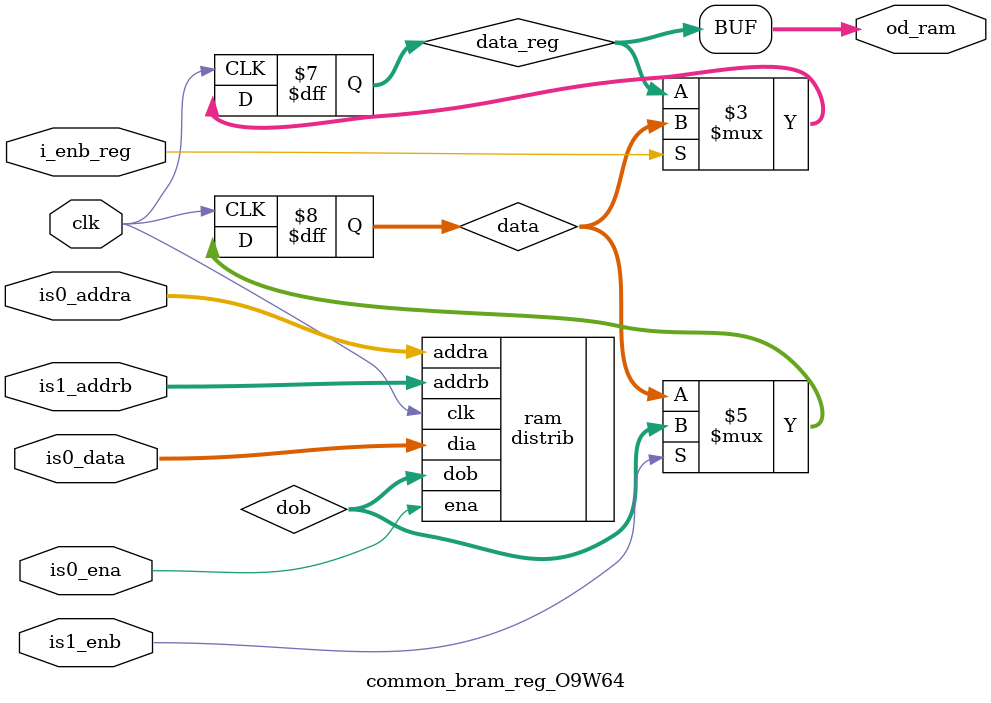
<source format=sv>
`timescale 100ps/100ps

(* keep_hierarchy = "yes" *) module common_bram_reg_O9W64 (
    input  bit clk,
    input  bit is0_ena,
    input  bit [8:0] is0_addra,
    input  bit [63:0] is0_data,
    input  bit is1_enb,
    input  bit [8:0] is1_addrb,
    input  bit i_enb_reg,
    output bit [63:0] od_ram
);


///////////////////////////////////////////////////////////
///////////////////////////////////////////////////////////
bit [63:0] data;
bit [63:0] data_reg;
bit [63:0] dob;

distrib #(
    .ORDER               (9),
    .WIDTH               (64))
ram (
    .clk                 (clk),
    .ena                 (is0_ena),
    .addra               (is0_addra),
    .dia                 (is0_data),
    .addrb               (is1_addrb),
    .dob                 (dob));


///////////////////////////////////////////////////////////
///////////////////////////////////////////////////////////
always_ff @(posedge clk)
begin
    if (is1_enb) begin
        data <= dob;
    end
end
always_ff @(posedge clk)
begin
    if (i_enb_reg) begin
        data_reg <= data;
    end
end
assign od_ram = data_reg;

endmodule
</source>
